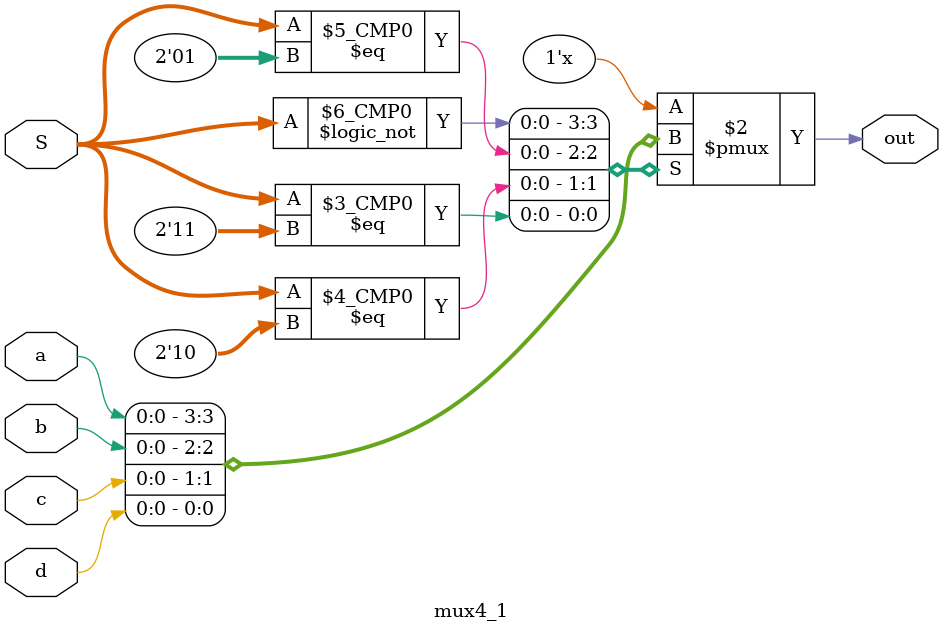
<source format=v>
module mux4_1(output reg out, input wire a, input wire b, input wire c, input wire d, input wire [1:0] S);

    //Ejemplo de multiplexor de 4 entradas de forma estructural.

    /* wire and_out, or_out, xor_out, neg_out;
        and and1(and_out, a, b);
        or or1(or_out, a, b);
        xor xor1(xor_out, a, b);
        not not1(neg_out, a);
        mux4_1  mux1(out, and_out, or_out, xor_out, neg_out, S);

    */

    always @(a,b,c,d,S) 
    begin
        //Dependiendo del vector S, el multiplexor escoge una de sus 4 salidas.
        case(S)
            2'b00: out = a;
            2'b01: out = b;
            2'b10: out = c;
            2'b11: out = d;
            default: out = 1'b0; //Valor por defecto
        endcase
    end

endmodule

</source>
